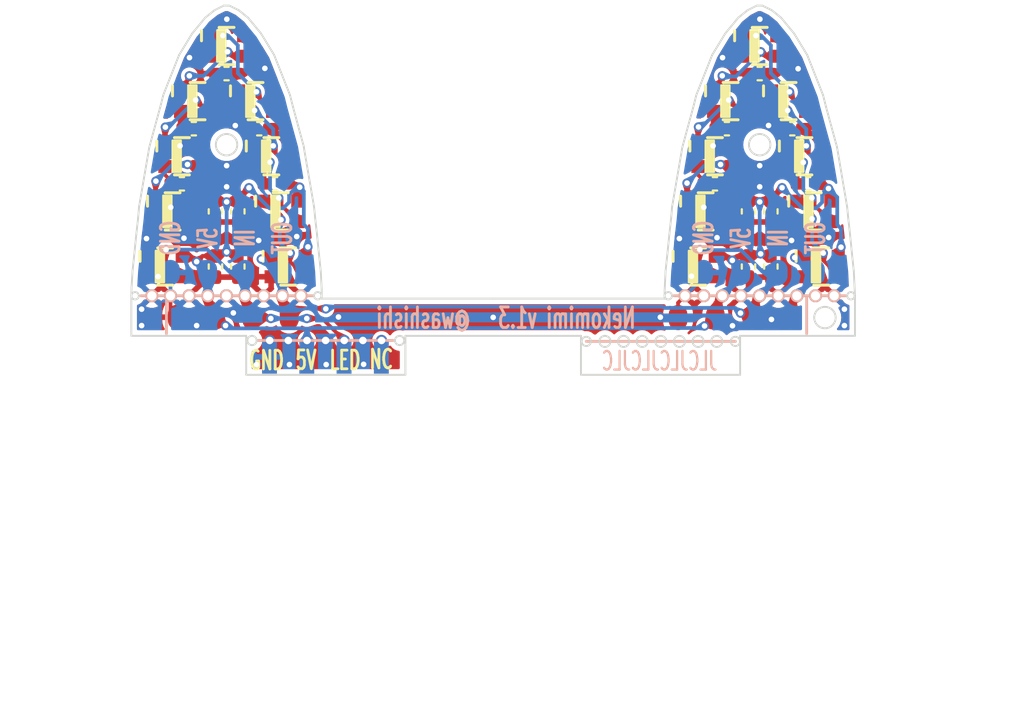
<source format=kicad_pcb>
(kicad_pcb (version 20221018) (generator pcbnew)
  (layers (0 "F.Cu" signal) (31 "B.Cu" signal) (34 "B.Paste" user) (35 "F.Paste" user) (36 "B.SilkS" user "B.Silkscreen") (37 "F.SilkS" user "F.Silkscreen") (38 "B.Mask" user) (39 "F.Mask" user) (44 "Edge.Cuts" user))
  (net 0 "")
  (net 1 "Net-(LED1-DO)")
  (net 2 "Net-(J1-Pin_3)")
  (net 3 "Net-(LED2-DO)")
  (net 4 "Net-(LED3-DO)")
  (net 5 "Net-(LED4-DO)")
  (net 6 "Net-(LED5-DO)")
  (net 7 "Net-(LED6-DO)")
  (net 8 "Net-(LED7-DO)")
  (net 9 "+5V")
  (net 10 "Net-(LED8-DO)")
  (net 11 "GND")
  (net 12 "Net-(LED10-DO)")
  (net 13 "Net-(LED11-DO)")
  (net 14 "Net-(LED12-DO)")
  (net 15 "Net-(LED13-DO)")
  (net 16 "Net-(LED14-DO)")
  (net 17 "Net-(LED15-DO)")
  (net 18 "Net-(LED16-DO)")
  (net 19 "Net-(LED17-DO)")
  (net 20 "unconnected-(J1-Pin_4-Pad4)")
  (net 21 "Net-(J2-Pin_4)")
  (net 22 "Net-(J4-Pin_4)")
  (footprint "Library:Hole_1x9_P1.00mm" (layer "F.Cu") (at 142.745 107.7 90)
    (fp_text reference "hole3" hide)
    (fp_text value "Hole_1x9 P1.00mm" hide)
    (fp_circle (center 0 0) (end 0.25 0) (stroke (width 0.1)) (fill none) (layer "Edge.Cuts"))
    (fp_circle (center 0 1) (end 0.3 1) (stroke (width 0.1)) (fill none) (layer "Edge.Cuts"))
    (fp_circle (center 0 2) (end 0.3 2) (stroke (width 0.1)) (fill none) (layer "Edge.Cuts"))
    (fp_circle (center 0 3) (end 0.3 3) (stroke (width 0.1)) (fill none) (layer "Edge.Cuts"))
    (fp_circle (center 0 4) (end 0.3 4) (stroke (width 0.1)) (fill none) (layer "Edge.Cuts"))
    (fp_circle (center 0 5) (end 0.3 5) (stroke (width 0.1)) (fill none) (layer "Edge.Cuts"))
    (fp_circle (center 0 6) (end 0.3 6) (stroke (width 0.1)) (fill none) (layer "Edge.Cuts"))
    (fp_circle (center 0 7) (end 0.3 7) (stroke (width 0.1)) (fill none) (layer "Edge.Cuts"))
    (fp_circle (center 0 8) (end 0.25 8) (stroke (width 0.1)) (fill none) (layer "Edge.Cuts"))
  )
  (footprint "Library:WS2812C2020" (layer "F.Cu") (at 126.75 103.68)
    (fp_text reference "LED9" hide)
    (fp_text value "WS2812C-2020" hide)
  )
  (footprint "Library:Hole_1x11_P1.00mm" (layer "F.Cu") (at 147.044137 105.25 90)
    (fp_text reference "hole2" hide)
    (fp_text value "Hole_1x11 P1.00mm" hide)
    (fp_circle (center 0 0.1) (end 0.2 0.1) (stroke (width 0.1)) (fill none) (layer "Edge.Cuts"))
    (fp_circle (center 0 9.9) (end 0.2 9.9) (stroke (width 0.1)) (fill none) (layer "Edge.Cuts"))
  )
  (footprint "Library:Pad_1x04_P2.00mm" (layer "F.Cu") (at 126.8 106.4 -90)
    (fp_text reference "J2" hide)
    (fp_text value "Conn_01x04_Pin" hide)
  )
  (footprint "Library:Hole_1x11_P1.00mm" (layer "F.Cu") (at 118.437776 105.25 90)
    (fp_text reference "hole1" hide)
    (fp_text value "Hole_1x11 P1.00mm" hide)
    (fp_circle (center 0 0.1) (end 0.2 0.1) (stroke (width 0.1)) (fill none) (layer "Edge.Cuts"))
    (fp_circle (center 0 9.9) (end 0.2 9.9) (stroke (width 0.1)) (fill none) (layer "Edge.Cuts"))
  )
  (footprint "Library:C_0402_1005Metric_Pad0.74x0.62mm_HandSolder" (layer "F.Cu") (at 151.449572 100.72 90)
    (fp_text reference "C11" hide)
    (fp_text value "C" hide)
  )
  (footprint "Library:C_0402_1005Metric_Pad0.74x0.62mm_HandSolder" (layer "F.Cu") (at 122.849929 103.68 90)
    (fp_text reference "C1" hide)
    (fp_text value "C" hide)
  )
  (footprint "Library:C_0402_1005Metric_Pad0.74x0.62mm_HandSolder" (layer "F.Cu") (at 125.199929 96.28)
    (fp_text reference "C6" hide)
    (fp_text value "C" hide)
  )
  (footprint "Library:C_0402_1005Metric_Pad0.74x0.62mm_HandSolder" (layer "F.Cu") (at 152.649572 103.68 90)
    (fp_text reference "C18" hide)
    (fp_text value "C" hide)
  )
  (footprint "Library:C_0402_1005Metric_Pad0.74x0.62mm_HandSolder" (layer "F.Cu") (at 154.650072 99.24)
    (fp_text reference "C16" hide)
    (fp_text value "C" hide)
  )
  (footprint "Library:C_0402_1005Metric_Pad0.74x0.62mm_HandSolder" (layer "F.Cu") (at 153.799572 96.28)
    (fp_text reference "C15" hide)
    (fp_text value "C" hide)
  )
  (footprint "Library:C_0402_1005Metric_Pad0.74x0.62mm_HandSolder" (layer "F.Cu") (at 152.649572 100.72 90)
    (fp_text reference "C17" hide)
    (fp_text value "C" hide)
  )
  (footprint "Library:PCBA_Tooling_Hole" (layer "F.Cu") (at 155.55 106.42)
    (fp_text reference "tooling hole3" hide)
    (fp_text value "Tooling Hole 1.152mm" hide)
    (fp_circle (center 0 0) (end 0.576 0) (stroke (width 0.1)) (fill none) (layer "Edge.Cuts"))
  )
  (footprint "Library:C_0402_1005Metric_Pad0.74x0.62mm_HandSolder" (layer "F.Cu") (at 121.049929 99.24)
    (fp_text reference "C3" hide)
    (fp_text value "C" hide)
  )
  (footprint "Library:C_0402_1005Metric_Pad0.74x0.62mm_HandSolder" (layer "F.Cu") (at 152.05 93.32)
    (fp_text reference "C14" hide)
    (fp_text value "C" hide)
  )
  (footprint "Library:C_0402_1005Metric_Pad0.74x0.62mm_HandSolder" (layer "F.Cu") (at 150.289572 96.28)
    (fp_text reference "C13" hide)
    (fp_text value "C" hide)
  )
  (footprint "Library:WS2812C2020" (layer "F.Cu") (at 148.750072 103.68)
    (fp_text reference "LED10" hide)
    (fp_text value "WS2812C-2020" hide)
  )
  (footprint "Library:WS2812C2020" (layer "F.Cu") (at 152.05 91.84)
    (fp_text reference "LED14" hide)
    (fp_text value "WS2812C-2020" hide)
  )
  (footprint "Library:Pad_1x04_P2.00mm" (layer "F.Cu") (at 153.67 106.42 -90)
    (fp_text reference "J4" hide)
    (fp_text value "Conn_01x04_Pin" hide)
  )
  (footprint "Library:WS2812C2020" (layer "F.Cu") (at 121.889929 94.8)
    (fp_text reference "LED4" hide)
    (fp_text value "WS2812C-2020" hide)
  )
  (footprint "Library:WS2812C2020" (layer "F.Cu") (at 149.649572 97.76)
    (fp_text reference "LED12" hide)
    (fp_text value "WS2812C-2020" hide)
  )
  (footprint "Library:WS2812C2020" (layer "F.Cu") (at 153.599572 94.8)
    (fp_text reference "LED15" hide)
    (fp_text value "WS2812C-2020" hide)
  )
  (footprint "Library:WS2812C2020" (layer "F.Cu") (at 154.949572 100.72)
    (fp_text reference "LED17" hide)
    (fp_text value "WS2812C-2020" hide)
  )
  (footprint "Library:WS2812C2020" (layer "F.Cu") (at 149.149572 100.72)
    (fp_text reference "LED11" hide)
    (fp_text value "WS2812C-2020" hide)
  )
  (footprint "Library:C_0402_1005Metric_Pad0.74x0.62mm_HandSolder" (layer "F.Cu") (at 149.649572 99.24)
    (fp_text reference "C12" hide)
    (fp_text value "C" hide)
  )
  (footprint "Library:WS2812C2020" (layer "F.Cu") (at 126.349929 100.72)
    (fp_text reference "LED8" hide)
    (fp_text value "WS2812C-2020" hide)
  )
  (footprint "Library:WS2812C2020" (layer "F.Cu") (at 121.049929 97.76)
    (fp_text reference "LED3" hide)
    (fp_text value "WS2812C-2020" hide)
  )
  (footprint "Library:C_0402_1005Metric_Pad0.74x0.62mm_HandSolder" (layer "F.Cu") (at 124.049929 103.68 90)
    (fp_text reference "C9" hide)
    (fp_text value "C" hide)
  )
  (footprint "Library:C_0402_1005Metric_Pad0.74x0.62mm_HandSolder" (layer "F.Cu") (at 126.049929 99.24)
    (fp_text reference "C7" hide)
    (fp_text value "C" hide)
  )
  (footprint "Library:C_0402_1005Metric_Pad0.74x0.62mm_HandSolder" (layer "F.Cu") (at 122.849929 100.72 90)
    (fp_text reference "C2" hide)
    (fp_text value "C" hide)
  )
  (footprint "Library:C_0402_1005Metric_Pad0.74x0.62mm_HandSolder" (layer "F.Cu") (at 123.445 93.32)
    (fp_text reference "C5" hide)
    (fp_text value "C" hide)
  )
  (footprint "Library:WS2812C2020" (layer "F.Cu") (at 123.445 91.84)
    (fp_text reference "LED5" hide)
    (fp_text value "WS2812C-2020" hide)
  )
  (footprint "Library:WS2812C2020" (layer "F.Cu") (at 125.849929 97.76)
    (fp_text reference "LED7" hide)
    (fp_text value "WS2812C-2020" hide)
  )
  (footprint "Library:WS2812C2020" (layer "F.Cu") (at 154.449572 97.76)
    (fp_text reference "LED16" hide)
    (fp_text value "WS2812C-2020" hide)
  )
  (footprint "Library:WS2812C2020" (layer "F.Cu") (at 155.350072 103.68)
    (fp_text reference "LED18" hide)
    (fp_text value "WS2812C-2020" hide)
  )
  (footprint "Library:PCBA_Tooling_Hole" (layer "F.Cu") (at 152.05 97.14)
    (fp_text reference "tooling hole2" hide)
    (fp_text value "Tooling Hole 1.152mm" hide)
    (fp_circle (center 0 0) (end 0.576 0) (stroke (width 0.1)) (fill none) (layer "Edge.Cuts"))
  )
  (footprint "Library:WS2812C2020" (layer "F.Cu") (at 120.149929 103.68)
    (fp_text reference "LED1" hide)
    (fp_text value "WS2812C-2020" hide)
  )
  (footprint "Library:PCBA_Tooling_Hole" (layer "F.Cu") (at 123.445 97.14)
    (fp_text reference "tooling hole1" hide)
    (fp_text value "Tooling Hole 1.152mm" hide)
    (fp_circle (center 0 0) (end 0.576 0) (stroke (width 0.1)) (fill none) (layer "Edge.Cuts"))
  )
  (footprint "Library:C_0402_1005Metric_Pad0.74x0.62mm_HandSolder" (layer "F.Cu") (at 121.689929 96.28)
    (fp_text reference "C4" hide)
    (fp_text value "C" hide)
  )
  (footprint "Library:WS2812C2020" (layer "F.Cu") (at 120.549929 100.72)
    (fp_text reference "LED2" hide)
    (fp_text value "WS2812C-2020" hide)
  )
  (footprint "Library:WS2812C2020" (layer "F.Cu") (at 124.999929 94.8)
    (fp_text reference "LED6" hide)
    (fp_text value "WS2812C-2020" hide)
  )
  (footprint "Library:WS2812C2020" (layer "F.Cu") (at 150.489572 94.8)
    (fp_text reference "LED13" hide)
    (fp_text value "WS2812C-2020" hide)
  )
  (footprint "Library:C_0402_1005Metric_Pad0.74x0.62mm_HandSolder" (layer "F.Cu") (at 124.049929 100.72 90)
    (fp_text reference "C8" hide)
    (fp_text value "C" hide)
  )
  (footprint "Library:C_0402_1005Metric_Pad0.74x0.62mm_HandSolder" (layer "F.Cu") (at 151.449572 103.68 90)
    (fp_text reference "C10" hide)
    (fp_text value "C" hide)
  )
  (footprint "Library:Pad_1x04_P2.00mm" (layer "B.Cu") (at 155.044137 104 90)
    (fp_text reference "J5" hide)
    (fp_text value "Conn_01x04_Pin" hide)
  )
  (footprint "Library:PinSocket_1x04_P2.00mm_Vertical" (layer "B.Cu") (at 131.75 108.53 90)
    (fp_text reference "J1" hide)
    (fp_text value "PinSocket_1x04_P2.00mm_Vertical" hide)
  )
  (footprint "Library:Pad_1x04_P2.00mm" (layer "B.Cu") (at 126.437776 104 90)
    (fp_text reference "J3" hide)
    (fp_text value "Conn_01x04_Pin" hide)
  )
  (gr_line (start 154.57 107.28) (end 154.57 105.25) (stroke (width 0.153)) (layer "B.SilkS"))
  (gr_line (start 118.85 105.25) (end 128.05 105.25) (stroke (width 0.153)) (layer "B.SilkS"))
  (gr_line (start 142.745 107.7) (end 150.745 107.7) (stroke (width 0.153)) (layer "B.SilkS"))
  (gr_line (start 147.45 105.25) (end 156.65 105.25) (stroke (width 0.153)) (layer "B.SilkS"))
  (gr_line (start 120.22 107.28) (end 120.22 105.25) (stroke (width 0.153)) (layer "B.SilkS"))
  (gr_line (start 125.15 107.65) (end 132.37 107.65) (stroke (width 0.153)) (layer "B.SilkS"))
  (gr_line (start 128.139929 100.472702) (end 127.589929 97.272702) (stroke (width 0.1)) (layer "Edge.Cuts"))
  (gr_circle (center 124.81 107.65) (end 125.06 107.65) (stroke (width 0.1)) (fill none) (layer "Edge.Cuts"))
  (gr_line (start 151 107.40125) (end 151 109.493566) (stroke (width 0.1)) (layer "Edge.Cuts"))
  (gr_line (start 155.598572 95.072702) (end 155.448572 94.472702) (stroke (width 0.1)) (layer "Edge.Cuts"))
  (gr_line (start 147.000639 103.918563) (end 147.100639 102.968563) (stroke (width 0.1)) (layer "Edge.Cuts"))
  (gr_line (start 118.400996 103.918563) (end 118.348194 104.8) (stroke (width 0.1)) (layer "Edge.Cuts"))
  (gr_line (start 126.848929 94.472702) (end 125.998929 92.322702) (stroke (width 0.1)) (layer "Edge.Cuts"))
  (gr_line (start 125.998929 92.322702) (end 125.298929 91.172702) (stroke (width 0.1)) (layer "Edge.Cuts"))
  (gr_line (start 157.098572 103.922702) (end 156.998572 102.972702) (stroke (width 0.1)) (layer "Edge.Cuts"))
  (gr_line (start 122.300996 90.318563) (end 122.800996 89.918563) (stroke (width 0.1)) (layer "Edge.Cuts"))
  (gr_line (start 133.04 107.40125) (end 133.04 109.493566) (stroke (width 0.1)) (layer "Edge.Cuts"))
  (gr_line (start 157.162 105.25) (end 157.098572 103.922702) (stroke (width 0.1)) (layer "Edge.Cuts"))
  (gr_line (start 122.800996 89.918563) (end 123.300996 89.668563) (stroke (width 0.1)) (layer "Edge.Cuts"))
  (gr_line (start 151.400639 89.918563) (end 151.900639 89.668563) (stroke (width 0.1)) (layer "Edge.Cuts"))
  (gr_line (start 147.000639 103.918563) (end 146.950072 104.956081) (stroke (width 0.1)) (layer "Edge.Cuts"))
  (gr_line (start 156.198572 97.272702) (end 155.598572 95.072702) (stroke (width 0.1)) (layer "Edge.Cuts"))
  (gr_line (start 118.700996 101.068563) (end 118.750996 100.468563) (stroke (width 0.1)) (layer "Edge.Cuts"))
  (gr_line (start 156.898572 101.972702) (end 156.798572 101.072702) (stroke (width 0.1)) (layer "Edge.Cuts"))
  (gr_line (start 155.448572 94.472702) (end 154.598572 92.322702) (stroke (width 0.1)) (layer "Edge.Cuts"))
  (gr_line (start 128.398929 102.972702) (end 128.298929 101.972702) (stroke (width 0.1)) (layer "Edge.Cuts"))
  (gr_line (start 133.04 109.493566) (end 124.5 109.493566) (stroke (width 0.1)) (layer "Edge.Cuts"))
  (gr_line (start 148.500639 95.068563) (end 148.650639 94.468563) (stroke (width 0.1)) (layer "Edge.Cuts"))
  (gr_line (start 128.298929 101.972702) (end 128.198929 101.072702) (stroke (width 0.1)) (layer "Edge.Cuts"))
  (gr_line (start 123.300996 89.668563) (end 123.598929 89.672702) (stroke (width 0.1)) (layer "Edge.Cuts"))
  (gr_line (start 148.650639 94.468563) (end 149.500639 92.318563) (stroke (width 0.1)) (layer "Edge.Cuts"))
  (gr_line (start 146.950214 104.956081) (end 146.949929 105.4025) (stroke (width 0.1)) (layer "Edge.Cuts"))
  (gr_line (start 119.900996 95.068563) (end 120.050996 94.468563) (stroke (width 0.1)) (layer "Edge.Cuts"))
  (gr_line (start 156.740072 100.472702) (end 156.798572 101.072702) (stroke (width 0.1)) (layer "Edge.Cuts"))
  (gr_line (start 150.200639 91.168563) (end 150.900639 90.318563) (stroke (width 0.1)) (layer "Edge.Cuts"))
  (gr_line (start 120.900996 92.318563) (end 121.600996 91.168563) (stroke (width 0.1)) (layer "Edge.Cuts"))
  (gr_line (start 119.300996 97.268563) (end 119.900996 95.068563) (stroke (width 0.1)) (layer "Edge.Cuts"))
  (gr_line (start 152.698572 89.918563) (end 152.198572 89.672702) (stroke (width 0.1)) (layer "Edge.Cuts"))
  (gr_line (start 124.5 109.493566) (end 124.5 107.40125) (stroke (width 0.1)) (layer "Edge.Cuts"))
  (gr_line (start 147.200639 101.968563) (end 147.300639 101.068563) (stroke (width 0.1)) (layer "Edge.Cuts"))
  (gr_line (start 127.598929 97.272702) (end 126.998929 95.072702) (stroke (width 0.1)) (layer "Edge.Cuts"))
  (gr_line (start 147.900639 97.268563) (end 148.500639 95.068563) (stroke (width 0.1)) (layer "Edge.Cuts"))
  (gr_line (start 151 109.493566) (end 142.46 109.493566) (stroke (width 0.1)) (layer "Edge.Cuts"))
  (gr_line (start 118.337776 105.25) (end 118.348194 104.8) (stroke (width 0.1)) (layer "Edge.Cuts"))
  (gr_line (start 147.100639 102.968563) (end 147.200639 101.968563) (stroke (width 0.1)) (layer "Edge.Cuts"))
  (gr_line (start 124.098929 89.918563) (end 124.598929 90.322702) (stroke (width 0.1)) (layer "Edge.Cuts"))
  (gr_line (start 118.600996 101.968563) (end 118.700996 101.068563) (stroke (width 0.1)) (layer "Edge.Cuts"))
  (gr_line (start 128.139929 100.472702) (end 128.198929 101.072702) (stroke (width 0.1)) (layer "Edge.Cuts"))
  (gr_line (start 118.338 107.40125) (end 118.338 105.25) (stroke (width 0.1)) (layer "Edge.Cuts"))
  (gr_line (start 118.750996 100.468563) (end 119.300996 97.268563) (stroke (width 0.1)) (layer "Edge.Cuts"))
  (gr_line (start 124.5 107.40125) (end 118.338 107.40125) (stroke (width 0.1)) (layer "Edge.Cuts"))
  (gr_line (start 124.098929 89.918563) (end 123.598929 89.672702) (stroke (width 0.1)) (layer "Edge.Cuts"))
  (gr_line (start 147.350639 100.468563) (end 147.900639 97.268563) (stroke (width 0.1)) (layer "Edge.Cuts"))
  (gr_line (start 137.749929 105.40125) (end 128.549929 105.40125) (stroke (width 0.1)) (layer "Edge.Cuts"))
  (gr_line (start 147.300639 101.068563) (end 147.350639 100.468563) (stroke (width 0.1)) (layer "Edge.Cuts"))
  (gr_line (start 157.162 107.40125) (end 157.162 105.25) (stroke (width 0.1)) (layer "Edge.Cuts"))
  (gr_circle (center 132.73 107.65) (end 132.98 107.65) (stroke (width 0.1)) (fill none) (layer "Edge.Cuts"))
  (gr_line (start 150.900639 90.318563) (end 151.400639 89.918563) (stroke (width 0.1)) (layer "Edge.Cuts"))
  (gr_line (start 126.998929 95.072702) (end 126.848929 94.472702) (stroke (width 0.1)) (layer "Edge.Cuts"))
  (gr_line (start 152.698572 89.918563) (end 153.198572 90.322702) (stroke (width 0.1)) (layer "Edge.Cuts"))
  (gr_line (start 137.749929 105.40125) (end 146.949929 105.40125) (stroke (width 0.1)) (layer "Edge.Cuts"))
  (gr_line (start 120.050996 94.468563) (end 120.900996 92.318563) (stroke (width 0.1)) (layer "Edge.Cuts"))
  (gr_line (start 156.740072 100.472702) (end 156.198572 97.272702) (stroke (width 0.1)) (layer "Edge.Cuts"))
  (gr_line (start 125.298929 91.172702) (end 124.598929 90.322702) (stroke (width 0.1)) (layer "Edge.Cuts"))
  (gr_line (start 151 107.40125) (end 157.162 107.40125) (stroke (width 0.1)) (layer "Edge.Cuts"))
  (gr_line (start 128.549929 104.9) (end 128.498929 103.922702) (stroke (width 0.1)) (layer "Edge.Cuts"))
  (gr_line (start 128.549929 104.9) (end 128.549929 105.4) (stroke (width 0.1)) (layer "Edge.Cuts"))
  (gr_line (start 156.998572 102.972702) (end 156.898572 101.972702) (stroke (width 0.1)) (layer "Edge.Cuts"))
  (gr_line (start 118.500996 102.968563) (end 118.600996 101.968563) (stroke (width 0.1)) (layer "Edge.Cuts"))
  (gr_line (start 128.498929 103.922702) (end 128.398929 102.972702) (stroke (width 0.1)) (layer "Edge.Cuts"))
  (gr_line (start 142.46 109.493566) (end 142.46 107.397121) (stroke (width 0.1)) (layer "Edge.Cuts"))
  (gr_line (start 151.900639 89.668563) (end 152.198572 89.672702) (stroke (width 0.1)) (layer "Edge.Cuts"))
  (gr_line (start 153.898572 91.172702) (end 153.198572 90.322702) (stroke (width 0.1)) (layer "Edge.Cuts"))
  (gr_line (start 149.500639 92.318563) (end 150.200639 91.168563) (stroke (width 0.1)) (layer "Edge.Cuts"))
  (gr_line (start 121.600996 91.168563) (end 122.300996 90.318563) (stroke (width 0.1)) (layer "Edge.Cuts"))
  (gr_line (start 118.400996 103.918563) (end 118.500996 102.968563) (stroke (width 0.1)) (layer "Edge.Cuts"))
  (gr_line (start 154.598572 92.322702) (end 153.898572 91.172702) (stroke (width 0.1)) (layer "Edge.Cuts"))
  (gr_line (start 142.46 107.40125) (end 133.04 107.40125) (stroke (width 0.1)) (layer "Edge.Cuts"))
  (gr_text "OUT" (at 155.044137 102.15 90) (layer "B.SilkS") (effects (font (size 1 0.6) (thickness 0.15) bold) (justify mirror)))
  (gr_text "5V" (at 151.044137 102.15 90) (layer "B.SilkS") (effects (font (size 1 0.6) (thickness 0.15) bold) (justify mirror)))
  (gr_text "Nekomimi v1.3" (at 141.7 106.45) (layer "B.SilkS") (effects (font (size 1.1 0.66) (thickness 0.153) bold) (justify mirror)))
  (gr_text "5V" (at 122.437776 102.15 90) (layer "B.SilkS") (effects (font (size 1 0.6) (thickness 0.15) bold) (justify mirror)))
  (gr_text "IN" (at 124.437776 102.15 90) (layer "B.SilkS") (effects (font (size 1 0.6) (thickness 0.15) bold) (justify mirror)))
  (gr_text "GND" (at 149.044137 102.15 90) (layer "B.SilkS") (effects (font (size 1 0.6) (thickness 0.15) bold) (justify mirror)))
  (gr_text "OUT" (at 126.437776 102.15 90) (layer "B.SilkS") (effects (font (size 1 0.6) (thickness 0.15) bold) (justify mirror)))
  (gr_text "@washishi" (at 134 106.45) (layer "B.SilkS") (effects (font (size 1.1 0.66) (thickness 0.153) bold) (justify mirror)))
  (gr_text "JLCJLCJLCJLC" (at 149.84 109.34) (layer "B.SilkS") (effects (font (size 1 0.6) (thickness 0.12) bold) (justify left bottom mirror)))
  (gr_text "GND" (at 120.437776 102.15 90) (layer "B.SilkS") (effects (font (size 1 0.6) (thickness 0.15) bold) (justify mirror)))
  (gr_text "IN" (at 153.044137 102.15 90) (layer "B.SilkS") (effects (font (size 1 0.6) (thickness 0.15) bold) (justify mirror)))
  (gr_text "GND" (at 126.61 109.31) (layer "F.SilkS") (effects (font (size 1 0.6) (thickness 0.15) bold) (justify right bottom)))
  (gr_text "NC" (at 132.46 109.25) (layer "F.SilkS") (effects (font (size 1 0.6) (thickness 0.15) bold) (justify right bottom)))
  (gr_text "LED" (at 130.72 109.3) (layer "F.SilkS") (effects (font (size 1 0.6) (thickness 0.15) bold) (justify right bottom)))
  (gr_text "5V" (at 128.35 109.29) (layer "F.SilkS") (effects (font (size 1 0.6) (thickness 0.15) bold) (justify right bottom)))
  (segment (start 119.234929 102.94) (end 120.914929 101.26) (width 0.2) (layer "F.Cu") (net 1))
  (segment (start 120.914929 101.26) (end 121.464929 101.26) (width 0.2) (layer "F.Cu") (net 1))
  (segment (start 119.234929 103.05) (end 119.234929 102.94) (width 0.2) (layer "F.Cu") (net 1))
  (segment (start 120.2 103.365071) (end 121.064929 104.23) (width 0.2) (layer "F.Cu") (net 2))
  (segment (start 125.75 106.4) (end 124.8 106.4) (width 0.2) (layer "F.Cu") (net 2))
  (segment (start 125.82 106.47) (end 125.75 106.4) (width 0.2) (layer "F.Cu") (net 2))
  (segment (start 129.76 107.65) (end 128.58 106.47) (width 0.2) (layer "F.Cu") (net 2))
  (segment (start 128.58 106.47) (end 127.66 106.47) (width 0.2) (layer "F.Cu") (net 2))
  (segment (start 124.437776 106.162776) (end 124.437776 105.25) (width 0.2) (layer "F.Cu") (net 2))
  (segment (start 120.2 102.77) (end 120.2 103.365071) (width 0.2) (layer "F.Cu") (net 2))
  (via (at 129.76 107.65) (size 0.6) (drill 0.4) (layers "F.Cu" "B.Cu") (net 2))
  (via (at 120.2 102.77) (size 0.5) (drill 0.3) (layers "F.Cu" "B.Cu") (net 2))
  (via (at 127.75 106.47) (size 0.5) (drill 0.3) (layers "F.Cu" "B.Cu") (net 2))
  (via (at 125.82 106.47) (size 0.5) (drill 0.3) (layers "F.Cu" "B.Cu") (net 2))
  (segment (start 123.640909 104) (end 124.437776 104) (width 0.2) (layer "B.Cu") (net 2))
  (segment (start 129.76 108.52) (end 129.75 108.53) (width 0.25) (layer "B.Cu") (net 2))
  (segment (start 124.437776 105.25) (end 124.437776 104) (width 0.2) (layer "B.Cu") (net 2))
  (segment (start 120.2 102.77) (end 122.410909 102.77) (width 0.2) (layer "B.Cu") (net 2))
  (segment (start 125.82 106.47) (end 127.75 106.47) (width 0.2) (layer "B.Cu") (net 2))
  (segment (start 120.159929 102.860071) (end 120.21 102.81) (width 0.2) (layer "B.Cu") (net 2))
  (segment (start 129.76 107.65) (end 129.79 107.65) (width 0.2) (layer "B.Cu") (net 2))
  (segment (start 122.410909 102.77) (end 123.640909 104) (width 0.2) (layer "B.Cu") (net 2))
  (segment (start 129.76 107.65) (end 129.76 108.52) (width 0.25) (layer "B.Cu") (net 2))
  (segment (start 119.654965 99.094965) (end 119.634929 99.115001) (width 0.2) (layer "F.Cu") (net 3))
  (segment (start 121.914929 98.2) (end 121.964929 98.15) (width 0.2) (layer "F.Cu") (net 3))
  (segment (start 121.349929 98.2) (end 121.914929 98.2) (width 0.2) (layer "F.Cu") (net 3))
  (segment (start 119.634929 99.115001) (end 119.634929 100.16) (width 0.2) (layer "F.Cu") (net 3))
  (via (at 119.654965 99.094965) (size 0.5) (drill 0.3) (layers "F.Cu" "B.Cu") (net 3))
  (via (at 121.349929 98.2) (size 0.5) (drill 0.3) (layers "F.Cu" "B.Cu") (net 3))
  (segment (start 120.54993 98.2) (end 121.349929 98.2) (width 0.2) (layer "B.Cu") (net 3))
  (segment (start 119.654965 99.238964) (end 119.654965 99.094965) (width 0.2) (layer "B.Cu") (net 3))
  (segment (start 119.621929 99.272) (end 119.654965 99.238964) (width 0.2) (layer "B.Cu") (net 3))
  (segment (start 119.654965 99.094965) (end 120.54993 98.2) (width 0.2) (layer "B.Cu") (net 3))
  (segment (start 120.163722 96.19556) (end 120.134929 96.224353) (width 0.2) (layer "F.Cu") (net 4))
  (segment (start 120.134929 96.224353) (end 120.134929 97.05) (width 0.2) (layer "F.Cu") (net 4))
  (segment (start 121.788929 94.742) (end 122.396929 95.35) (width 0.2) (layer "F.Cu") (net 4))
  (segment (start 122.396929 95.35) (end 122.804929 95.35) (width 0.2) (layer "F.Cu") (net 4))
  (via (at 121.788929 94.742) (size 0.5) (drill 0.3) (layers "F.Cu" "B.Cu") (net 4))
  (via (at 120.163722 96.19556) (size 0.5) (drill 0.3) (layers "F.Cu" "B.Cu") (net 4))
  (segment (start 120.335369 96.19556) (end 121.788929 94.742) (width 0.2) (layer "B.Cu") (net 4))
  (segment (start 120.163722 96.19556) (end 120.335369 96.19556) (width 0.2) (layer "B.Cu") (net 4))
  (segment (start 121.45 93.774929) (end 120.974929 94.25) (width 0.2) (layer "F.Cu") (net 5))
  (segment (start 123.739929 92.39) (end 124.364929 92.39) (width 0.2) (layer "F.Cu") (net 5))
  (segment (start 123.49913 92.149201) (end 123.739929 92.39) (width 0.2) (layer "F.Cu") (net 5))
  (segment (start 121.45 93.44) (end 121.45 93.774929) (width 0.2) (layer "F.Cu") (net 5))
  (segment (start 123.49913 92.149201) (end 123.608929 92.039402) (width 0.2) (layer "F.Cu") (net 5))
  (via (at 123.49913 92.149201) (size 0.5) (drill 0.3) (layers "F.Cu" "B.Cu") (net 5))
  (via (at 121.45 93.44) (size 0.5) (drill 0.3) (layers "F.Cu" "B.Cu") (net 5))
  (segment (start 121.45 93.44) (end 122.208331 93.44) (width 0.2) (layer "B.Cu") (net 5))
  (segment (start 122.208331 93.44) (end 123.49913 92.149201) (width 0.2) (layer "B.Cu") (net 5))
  (segment (start 122.544929 91.28) (end 122.534929 91.29) (width 0.2) (layer "F.Cu") (net 6))
  (segment (start 125.049929 94.485) (end 125.914929 95.35) (width 0.2) (layer "F.Cu") (net 6))
  (segment (start 125.714929 95.1) (end 125.964929 95.35) (width 0.2) (layer "F.Cu") (net 6))
  (segment (start 125.049929 94.3) (end 125.049929 94.485) (width 0.2) (layer "F.Cu") (net 6))
  (segment (start 123.249929 91.28) (end 122.544929 91.28) (width 0.2) (layer "F.Cu") (net 6))
  (via (at 123.249929 91.28) (size 0.5) (drill 0.3) (layers "F.Cu" "B.Cu") (net 6))
  (via (at 125.049929 94.3) (size 0.5) (drill 0.3) (layers "F.Cu" "B.Cu") (net 6))
  (segment (start 123.529929 91.28) (end 123.249929 91.28) (width 0.2) (layer "B.Cu") (net 6))
  (segment (start 124.049929 93.3) (end 124.049929 91.8) (width 0.2) (layer "B.Cu") (net 6))
  (segment (start 124.049929 91.8) (end 123.529929 91.28) (width 0.2) (layer "B.Cu") (net 6))
  (segment (start 125.049929 94.3) (end 124.049929 93.3) (width 0.2) (layer "B.Cu") (net 6))
  (segment (start 125.949929 97.472111) (end 126.764929 98.287111) (width 0.2) (layer "F.Cu") (net 7))
  (segment (start 124.084929 94.25) (end 124.949929 95.115) (width 0.2) (layer "F.Cu") (net 7))
  (segment (start 124.949929 95.115) (end 124.949929 95.3) (width 0.2) (layer "F.Cu") (net 7))
  (segment (start 126.777747 98.15) (end 126.864929 98.15) (width 0.2) (layer "F.Cu") (net 7))
  (segment (start 125.949929 97.2) (end 125.949929 97.472111) (width 0.2) (layer "F.Cu") (net 7))
  (segment (start 126.764929 98.287111) (end 126.764929 98.3) (width 0.2) (layer "F.Cu") (net 7))
  (via (at 125.949929 97.2) (size 0.5) (drill 0.3) (layers "F.Cu" "B.Cu") (net 7))
  (via (at 124.949929 95.3) (size 0.5) (drill 0.3) (layers "F.Cu" "B.Cu") (net 7))
  (segment (start 125.949929 96.3) (end 124.949929 95.3) (width 0.2) (layer "B.Cu") (net 7))
  (segment (start 125.949929 97.2) (end 125.949929 96.3) (width 0.2) (layer "B.Cu") (net 7))
  (segment (start 126.249929 100.255) (end 127.264929 101.27) (width 0.2) (layer "F.Cu") (net 8))
  (segment (start 125.034929 97.334929) (end 125.034929 97.05) (width 0.2) (layer "F.Cu") (net 8))
  (segment (start 126.249929 100) (end 126.249929 100.255) (width 0.2) (layer "F.Cu") (net 8))
  (segment (start 125.78 98.08) (end 125.034929 97.334929) (width 0.2) (layer "F.Cu") (net 8))
  (via (at 126.249929 100) (size 0.5) (drill 0.3) (layers "F.Cu" "B.Cu") (net 8))
  (via (at 125.78 98.08) (size 0.5) (drill 0.3) (layers "F.Cu" "B.Cu") (net 8))
  (segment (start 125.78 98.08) (end 125.78 99.530071) (width 0.2) (layer "B.Cu") (net 8))
  (segment (start 125.78 99.530071) (end 126.249929 100) (width 0.2) (layer "B.Cu") (net 8))
  (segment (start 150.564572 96.5725) (end 150.564572 97.21) (width 0.2) (layer "F.Cu") (net 9))
  (segment (start 151.530572 94.25) (end 152.460572 93.32) (width 0.2) (layer "F.Cu") (net 9))
  (segment (start 152.607072 93.24) (end 152.414572 93.24) (width 0.2) (layer "F.Cu") (net 9))
  (segment (start 152.537072 103) (end 152.649572 103.1125) (width 0.2) (layer "F.Cu") (net 9))
  (segment (start 121.464929 99.2525) (end 121.464929 100.16) (width 0.2) (layer "F.Cu") (net 9))
  (segment (start 150.564572 97.21) (end 151.141572 97.787) (width 0.2) (layer "F.Cu") (net 9))
  (segment (start 150.788572 99.24) (end 150.217072 99.24) (width 0.2) (layer "F.Cu") (net 9))
  (segment (start 151.404572 94.25) (end 151.480572 94.25) (width 0.25) (layer "F.Cu") (net 9))
  (segment (start 152.05 100.21) (end 151.8725 100.0325) (width 0.2) (layer "F.Cu") (net 9))
  (segment (start 122.612776 106.425) (end 122.7 106.425) (width 0.2) (layer "F.Cu") (net 9))
  (segment (start 121.84 103.42) (end 121.53 103.11) (width 0.2) (layer "F.Cu") (net 9))
  (segment (start 151.449572 103.1125) (end 150.8175 103.1125) (width 0.2) (layer "F.Cu") (net 9))
  (segment (start 154.434572 96.28) (end 154.367072 96.28) (width 0.2) (layer "F.Cu") (net 9))
  (segment (start 155.091572 94.827) (end 155.091572 95.927) (width 0.2) (layer "F.Cu") (net 9))
  (segment (start 124.941929 91.867) (end 124.941929 93.277) (width 0.2) (layer "F.Cu") (net 9))
  (segment (start 120.917429 102.9025) (end 121.064929 103.05) (width 0.2) (layer "F.Cu") (net 9))
  (segment (start 156.41283 102.642717) (end 156.265072 102.790475) (width 0.2) (layer "F.Cu") (net 9))
  (segment (start 121.464929 100.16) (end 122.722429 100.16) (width 0.2) (layer "F.Cu") (net 9))
  (segment (start 122.722429 100.16) (end 122.849929 100.0325) (width 0.2) (layer "F.Cu") (net 9))
  (segment (start 152.1 103) (end 151.549572 103) (width 0.2) (layer "F.Cu") (net 9))
  (segment (start 122.804929 94.25) (end 123.381929 94.827) (width 0.2) (layer "F.Cu") (net 9))
  (segment (start 149.09 106.87) (end 149.225 106.87) (width 0.2) (layer "F.Cu") (net 9))
  (segment (start 124.007429 93.24) (end 124.904929 93.24) (width 0.2) (layer "F.Cu") (net 9))
  (segment (start 123.062429 102.9) (end 122.849929 103.1125) (width 0.2) (layer "F.Cu") (net 9))
  (segment (start 127.37 99.42) (end 127.37 100.064929) (width 0.2) (layer "F.Cu") (net 9))
  (segment (start 127.19 99.24) (end 127.37 99.42) (width 0.2) (layer "F.Cu") (net 9))
  (segment (start 155.74 99.49) (end 155.49 99.24) (width 0.2) (layer "F.Cu") (net 9))
  (segment (start 123.381929 95.87) (end 122.971929 96.28) (width 0.2) (layer "F.Cu") (net 9))
  (segment (start 151.432072 100.05) (end 150.064572 100.05) (width 0.2) (layer "F.Cu") (net 9))
  (segment (start 151.141572 97.787) (end 151.141572 98.887) (width 0.2) (layer "F.Cu") (net 9))
  (segment (start 151.981572 95.82457) (end 151.526142 96.28) (width 0.2) (layer "F.Cu") (net 9))
  (segment (start 152.964572 91.29) (end 153.541572 91.867) (width 0.2) (layer "F.Cu") (net 9))
  (segment (start 151.404572 94.25) (end 151.981572 94.827) (width 0.2) (layer "F.Cu") (net 9))
  (segment (start 125.785429 96.28) (end 125.844929 96.28) (width 0.2) (layer "F.Cu") (net 9))
  (segment (start 123.45 102.9) (end 123.062429 102.9) (width 0.2) (layer "F.Cu") (net 9))
  (segment (start 154.514572 94.25) (end 155.091572 94.827) (width 0.2) (layer "F.Cu") (net 9))
  (segment (start 124.65 99.45) (end 124.0675 100.0325) (width 0.2) (layer "F.Cu") (net 9))
  (segment (start 152.649572 102.9) (end 152.517072 103.0325) (width 0.2) (layer "F.Cu") (net 9))
  (segment (start 150.064572 100.05) (end 150.064572 99.2525) (width 0.2) (layer "F.Cu") (net 9))
  (segment (start 124.364929 91.29) (end 124.941929 91.867) (width 0.2) (layer "F.Cu") (net 9))
  (segment (start 126.491929 94.827) (end 126.491929 95.941) (width 0.2) (layer "F.Cu") (net 9))
  (segment (start 152.6675 100.0325) (end 153.25 99.45) (width 0.2) (layer "F.Cu") (net 9))
  (segment (start 125.844929 96.28) (end 126.764929 97.2) (width 0.2) (layer "F.Cu") (net 9))
  (segment (start 152.649572 103.1325) (end 152.649572 103.1125) (width 0.2) (layer "F.Cu") (net 9))
  (segment (start 126.614929 97.282) (end 126.823329 97.282) (width 0.2) (layer "F.Cu") (net 9))
  (segment (start 127.665 102.770172) (end 127.665 103.13) (width 0.2) (layer "F.Cu") (net 9))
  (segment (start 153.541572 93.277) (end 154.514572 94.25) (width 0.2) (layer "F.Cu") (net 9))
  (segment (start 121.074929 103.12) (end 121.064929 103.13) (width 0.2) (layer "F.Cu") (net 9))
  (segment (start 153.519572 93.24) (end 153.541572 93.218) (width 0.2) (layer "F.Cu") (net 9))
  (segment (start 122.1475 103.1125) (end 121.84 103.42) (width 0.2) (layer "F.Cu") (net 9))
  (segment (start 156.377789 102.642717) (end 156.41283 102.642717) (width 0.2) (layer "F.Cu") (net 9))
  (segment (start 122.971929 96.28) (end 122.417429 96.28) (width 0.2) (layer "F.Cu") (net 9))
  (segment (start 121.964929 96.6525) (end 121.964929 97.2) (width 0.2) (layer "F.Cu") (net 9))
  (segment (start 127.37 100.064929) (end 127.264929 100.17) (width 0.2) (layer "F.Cu") (net 9))
  (segment (start 156.265072 102.790475) (end 156.265072 103.13) (width 0.2) (layer "F.Cu") (net 9))
  (segment (start 152.1 103) (end 152.537072 103) (width 0.2) (layer "F.Cu") (net 9))
  (segment (start 149.517072 102.9025) (end 149.664572 103.05) (width 0.2) (layer "F.Cu") (net 9))
  (segment (start 121.964929 97.2) (end 122.541929 97.777) (width 0.2) (layer "F.Cu") (net 9))
  (segment (start 150.37 103.14) (end 149.675072 103.14) (width 0.2) (layer "F.Cu") (net 9))
  (segment (start 155.407572 99.43) (end 155.217072 99.2395) (width 0.2) (layer "F.Cu") (net 9))
  (segment (start 122.541929 97.777) (end 122.541929 98.877) (width 0.2) (layer "F.Cu") (net 9))
  (segment (start 124.941929 93.277) (end 125.914929 94.25) (width 0.2) (layer "F.Cu") (net 9))
  (segment (start 123.959929 93.24) (end 122.949929 94.25) (width 0.2) (layer "F.Cu") (net 9))
  (segment (start 152.607072 93.24) (end 152.671072 93.176) (width 0.2) (layer "F.Cu") (net 9))
  (segment (start 122.73 106.395) (end 122.7 106.425) (width 0.2) (layer "F.Cu") (net 9))
  (segment (start 126.617429 99.24) (end 127.19 99.24) (width 0.2) (layer "F.Cu") (net 9))
  (segment (start 155.214572 97.282) (end 155.422972 97.282) (width 0.2) (layer "F.Cu") (net 9))
  (segment (start 153.541572 93.218) (end 153.541572 93.277) (width 0.2) (layer "F.Cu") (net 9))
  (segment (start 121.084929 103.11) (end 121.064929 103.13) (width 0.2) (layer "F.Cu") (net 9))
  (segment (start 123.992429 100.21) (end 124.049929 100.1525) (width 0.2) (layer "F.Cu") (net 9))
  (segment (start 151.141572 98.887) (end 150.788572 99.24) (width 0.2) (layer "F.Cu") (net 9))
  (segment (start 152.460572 93.32) (end 152.607072 93.32) (width 0.2) (layer "F.Cu") (net 9))
  (segment (start 154.738572 96.28) (end 154.367072 96.28) (width 0.2) (layer "F.Cu") (net 9))
  (segment (start 155.364572 97.21) (end 154.434572 96.28) (width 0.2) (layer "F.Cu") (net 9))
  (segment (start 122.318929 99.1) (end 121.617429 99.1) (width 0.2) (layer "F.Cu") (net 9))
  (segment (start 124.007429 93.24) (end 123.959929 93.24) (width 0.2) (layer "F.Cu") (net 9))
  (segment (start 122.541929 98.877) (end 122.318929 99.1) (width 0.2) (layer "F.Cu") (net 9))
  (segment (start 126.491929 95.941) (end 126.152929 96.28) (width 0.2) (layer "F.Cu") (net 9))
  (segment (start 152.05 100.21) (end 152.2275 100.0325) (width 0.2) (layer "F.Cu") (net 9))
  (segment (start 121.53 103.11) (end 121.084929 103.11) (width 0.2) (layer "F.Cu") (net 9))
  (segment (start 155.091572 95.927) (end 154.738572 96.28) (width 0.2) (layer "F.Cu") (net 9))
  (segment (start 124.904929 93.24) (end 124.941929 93.277) (width 0.2) (layer "F.Cu") (net 9))
  (segment (start 152.2275 100.0325) (end 152.6675 100.0325) (width 0.2) (layer "F.Cu") (net 9))
  (segment (start 151.404572 94.25) (end 151.530572 94.25) (width 0.2) (layer "F.Cu") (net 9))
  (segment (start 149.67 106.42) (end 149.67 105.624137) (width 0.2) (layer "F.Cu") (net 9))
  (segment (start 124.0675 100.0325) (end 124.049929 100.0325) (width 0.2) (layer "F.Cu") (net 9))
  (segment (start 121.617429 99.1) (end 121.464929 99.2525) (width 0.2) (layer "F.Cu") (net 9))
  (segment (start 150.857072 96.28) (end 150.564572 96.5725) (width 0.2) (layer "F.Cu") (net 9))
  (segment (start 123.45 102.9) (end 123.837429 102.9) (width 0.2) (layer "F.Cu") (net 9))
  (segment (start 151.549572 103) (end 151.449572 103.1) (width 0.2) (layer "F.Cu") (net 9))
  (segment (start 127.811302 102.62387) (end 127.665 102.770172) (width 0.2) (layer "F.Cu") (net 9))
  (segment (start 123.45 100.21) (end 122.907429 100.21) (width 0.2) (layer "F.Cu") (net 9))
  (segment (start 156.265072 103.05) (end 156.264572 103.05) (width 0.2) (layer "F.Cu") (net 9))
  (segment (start 150.064572 99.2525) (end 150.217072 99.1) (width 0.2) (layer "F.Cu") (net 9))
  (segment (start 149.675072 103.14) (end 149.665072 103.13) (width 0.2) (layer "F.Cu") (net 9))
  (segment (start 155.864572 99.614572) (end 155.864572 100.05) (width 0.2) (layer "F.Cu") (net 9))
  (segment (start 151.8725 100.0325) (end 151.449572 100.0325) (width 0.2) (layer "F.Cu") (net 9))
  (segment (start 122.96375 106.425) (end 122.7 106.425) (width 0.2) (layer "F.Cu") (net 9))
  (segment (start 153.541572 91.867) (end 153.541572 93.218) (width 0.2) (layer "F.Cu") (net 9))
  (segment (start 122.949929 94.25) (end 122.804929 94.25) (width 0.2) (layer "F.Cu") (net 9))
  (segment (start 150.8175 103.1125) (end 150.58 103.35) (width 0.2) (layer "F.Cu") (net 9))
  (segment (start 122.849929 103.1125) (end 122.1475 103.1125) (width 0.2) (layer "F.Cu") (net 9))
  (segment (start 127.37 99.42) (end 127.264929 99.525071) (width 0.2) (layer "F.Cu") (net 9))
  (segment (start 149.894137 106.4) (end 149.67 106.4) (width 0.2) (layer "F.Cu") (net 9))
  (segment (start 124.007429 93.24) (end 124.071429 93.176) (width 0.2) (layer "F.Cu") (net 9))
  (segment (start 152.607072 93.24) (end 153.519572 93.24) (width 0.2) (layer "F.Cu") (net 9))
  (segment (start 149.67 105.624137) (end 150.044137 105.25) (width 0.2) (layer "F.Cu") (net 9))
  (segment (start 126.152929 96.28) (end 125.785429 96.28) (width 0.2) (layer "F.Cu") (net 9))
  (segment (start 123.381929 94.827) (end 123.381929 95.87) (width 0.2) (layer "F.Cu") (net 9))
  (segment (start 149.225 106.87) (end 149.67 106.425) (width 0.2) (layer "F.Cu") (net 9))
  (segment (start 151.449572 100.0325) (end 151.432072 100.05) (width 0.2) (layer "F.Cu") (net 9))
  (segment (start 122.437776 106.062776) (end 122.8 106.425) (width 0.2) (layer "F.Cu") (net 9))
  (segment (start 151.981572 94.827) (end 151.981572 95.82457) (width 0.2) (layer "F.Cu") (net 9))
  (segment (start 150.58 103.35) (end 150.37 103.14) (width 0.2) (layer "F.Cu") (net 9))
  (segment (start 121.84 103.42) (end 121.84 103.4) (width 0.2) (layer "F.Cu") (net 9))
  (segment (start 122.337429 96.28) (end 121.964929 96.6525) (width 0.2) (layer "F.Cu") (net 9))
  (segment (start 122.437776 105.25) (end 122.437776 106.062776) (width 0.2) (layer "F.Cu") (net 9))
  (segment (start 155.49 99.24) (end 155.217572 99.24) (width 0.2) (layer "F.Cu") (net 9))
  (segment (start 152.420572 93.31) (end 152.607072 93.31) (width 0.25) (layer "F.Cu") (net 9))
  (segment (start 155.74 99.49) (end 155.864572 99.614572) (width 0.2) (layer "F.Cu") (net 9))
  (segment (start 125.914929 94.25) (end 126.491929 94.827) (width 0.2) (layer "F.Cu") (net 9))
  (segment (start 123.837429 102.9) (end 124.049929 103.1125) (width 0.2) (layer "F.Cu") (net 9))
  (segment (start 127.76 107.65) (end 127.79 107.62) (width 0.25) (layer "F.Cu") (net 9))
  (segment (start 123.39 106.85125) (end 122.96375 106.425) (width 0.2) (layer "F.Cu") (net 9))
  (segment (start 154.385072 96.2) (end 154.614572 96.2) (width 0.2) (layer "F.Cu") (net 9))
  (segment (start 122.907429 100.21) (end 122.849929 100.1525) (width 0.2) (layer "F.Cu") (net 9))
  (segment (start 123.45 100.21) (end 123.992429 100.21) (width 0.2) (layer "F.Cu") (net 9))
  (segment (start 151.526142 96.28) (end 150.857072 96.28) (width 0.2) (layer "F.Cu") (net 9))
  (via (at 124.65 99.45) (size 0.5) (drill 0.3) (layers "F.Cu" "B.Cu") (net 9))
  (via (at 150.58 103.35) (size 0.5) (drill 0.3) (layers "F.Cu" "B.Cu") (net 9))
  (via (at 152.1 103) (size 0.5) (drill 0.3) (layers "F.Cu" "B.Cu") (net 9))
  (via (at 121.84 103.42) (size 0.5) (drill 0.3) (layers "F.Cu" "B.Cu") (net 9))
  (via (at 155.74 99.49) (size 0.5) (drill 0.3) (layers "F.Cu" "B.Cu") (net 9))
  (via (at 153.25 99.45) (size 0.5) (drill 0.3) (layers "F.Cu" "B.Cu") (net 9))
  (via (at 123.45 102.9) (size 0.5) (drill 0.3) (layers "F.Cu" "B.Cu") (net 9))
  (via (at 149.09 106.87) (size 0.5) (drill 0.3) (layers "F.Cu" "B.Cu") (net 9))
  (via (at 152.05 100.21) (size 0.5) (drill 0.3) (layers "F.Cu" "B.Cu") (net 9))
  (via (at 127.811302 102.62387) (size 0.5) (drill 0.3) (layers "F.Cu" "B.Cu") (net 9))
  (via (at 156.41283 102.642717) (size 0.5) (drill 0.3) (layers "F.Cu" "B.Cu") (net 9))
  (via (at 127.76 107.65) (size 0.6) (drill 0.4) (layers "F.Cu" "B.Cu") (net 9))
  (via (at 123.45 100.21) (size 0.5) (drill 0.3) (layers "F.Cu" "B.Cu") (net 9))
  (via (at 123.39 106.85125) (size 0.5) (drill 0.3) (layers "F.Cu" "B.Cu") (net 9))
  (via (at 127.37 99.42) (size 0.5) (drill 0.3) (layers "F.Cu" "B.Cu") (net 9))
  (segment (start 127.81 102.622568) (end 127.81 101.64) (width 0.2) (layer "B.Cu") (net 9))
  (segment (start 151.044137 104) (end 151.044137 103.814137) (width 0.2) (layer "B.Cu") (net 9))
  (segment (start 127.522182 107.02) (end 127.74 107.02) (width 0.2) (layer "B.Cu") (net 9))
  (segment (start 151.044137 103.814137) (end 150.58 103.35) (width 0.2) (layer "B.Cu") (net 9))
  (segment (start 152.05 102.95) (end 152.05 100.21) (width 0.2) (layer "B.Cu") (net 9))
  (segment (start 127.76 107.65) (end 127.76 107.04) (width 0.2) (layer "B.Cu") (net 9))
  (segment (start 125.75 100.55) (end 126.477747 100.55) (width 0.2) (layer "B.Cu") (net 9))
  (segment (start 156.21 99.96) (end 155.74 99.49) (width 0.2) (layer "B.Cu") (net 9))
  (segment (start 151.044137 104.25) (end 150.044137 105.25) (width 0.2) (layer "B.Cu") (net 9))
  (segment (start 128.017818 106.98) (end 127.977818 107.02) (width 0.2) (layer "B.Cu") (net 9))
  (segment (start 156.21 101.44) (end 156.21 99.96) (width 0.2) (layer "B.Cu") (net 9))
  (segment (start 155.399572 99.830428) (end 155.399572 100.227818) (width 0.2) (layer "B.Cu") (net 9))
  (segment (start 126.799929 100.227818) (end 126.799929 99.820071) (width 0.2) (layer "B.Cu") (net 9))
  (segment (start 127.76 108.52) (end 127.75 108.53) (width 0.25) (layer "B.Cu") (net 9))
  (segment (start 122.31 103.56) (end 122.25 103.56) (width 0.2) (layer "B.Cu") (net 9))
  (segment (start 126.070416 106.997402) (end 127.499584 106.997402) (width 0.2) (layer "B.Cu") (net 9))
  (segment (start 125.592182 107.02) (end 126.047818 107.02) (width 0.2) (layer "B.Cu") (net 9))
  (segment (start 124.676345 107.00125) (end 124.680193 106.997402) (width 0.2) (layer "B.Cu") (net 9))
  (segment (start 123.45 102.9) (end 123.45 100.21) (width 0.2) (layer "B.Cu") (net 9))
  (segment (start 126.047818 107.02) (end 126.070416 106.997402) (width 0.2) (layer "B.Cu") (net 9))
  (segment (start 127.499584 106.997402) (end 127.522182 107.02) (width 0.2) (layer "B.Cu") (net 9))
  (segment (start 127.59 99.64) (end 127.37 99.42) (width 0.2) (layer "B.Cu") (net 9))
  (segment (start 122.437776 105.25) (end 122.437776 104) (width 0.2) (layer "B.Cu") (net 9))
  (segment (start 156.41283 102.642717) (end 156.41283 101.64283) (width 0.2) (layer "B.Cu") (net 9))
  (segment (start 154.35 100.55) (end 153.25 99.45) (width 0.2) (layer "B.Cu") (net 9))
  (segment (start 152.1 103) (end 152.05 102.95) (width 0.2) (layer "B.Cu") (net 9))
  (segment (start 126.799929 99.820071) (end 127.2 99.42) (width 0.2) (layer "B.Cu") (net 9))
  (segment (start 123.54 107.00125) (end 124.676345 107.00125) (width 0.2) (layer "B.Cu") (net 9))
  (segment (start 122.42 104) (end 122.437776 104) (width 0.2) (layer "B.Cu") (net 9))
  (segment (start 124.680193 106.997402) (end 125.569584 106.997402) (width 0.2) (layer "B.Cu") (net 9))
  (segment (start 123.39 106.85125) (end 123.54 107.00125) (width 0.2) (layer "B.Cu") (net 9))
  (segment (start 155.74 99.49) (end 155.399572 99.830428) (width 0.2) (layer "B.Cu") (net 9))
  (segment (start 127.811302 102.62387) (end 127.81 102.622568) (width 0.2) (layer "B.Cu") (net 9))
  (segment (start 148.98 106.98) (end 128.017818 106.98) (width 0.2) (layer "B.Cu") (net 9))
  (segment (start 156.41283 101.64283) (end 156.21 101.44) (width 0.2) (layer "B.Cu") (net 9))
  (segment (start 124.65 99.45) (end 125.75 100.55) (width 0.2) (layer "B.Cu") (net 9))
  (segment (start 127.76 107.8) (end 127.82 107.74) (width 0.2) (layer "B.Cu") (net 9))
  (segment (start 149.09 106.87) (end 148.98 106.98) (width 0.2) (layer "B.Cu") (net 9))
  (segment (start 127.76 107.04) (end 127.74 107.02) (width 0.2) (layer "B.Cu") (net 9))
  (segment (start 155.399572 100.227818) (end 155.07739 100.55) (width 0.2) (layer "B.Cu") (net 9))
  (segment (start 125.569584 106.997402) (end 125.592182 107.02) (width 0.2) (layer "B.Cu") (net 9))
  (segment (start 126.477747 100.55) (end 126.799929 100.227818) (width 0.2) (layer "B.Cu") (net 9))
  (segment (start 127.977818 107.02) (end 127.74 107.02) (width 0.2) (layer "B.Cu") (net 9))
  (segment (start 155.07739 100.55) (end 154.35 100.55) (width 0.2) (layer "B.Cu") (net 9))
  (segment (start 127.76 107.65) (end 127.76 108.52) (width 0.25) (layer "B.Cu") (net 9))
  (segment (start 151.044137 104) (end 151.044137 104.25) (width 0.2) (layer "B.Cu") (net 9))
  (segment (start 127.2 99.42) (end 127.37 99.42) (width 0.2) (layer "B.Cu") (net 9))
  (segment (start 127.81 101.64) (end 127.59 101.42) (width 0.2) (layer "B.Cu") (net 9))
  (segment (start 121.84 103.42) (end 122.42 104) (width 0.2) (layer "B.Cu") (net 9))
  (segment (start 127.59 101.42) (end 127.59 99.64) (width 0.2) (layer "B.Cu") (net 9))
  (segment (start 127.63 104.09) (end 127.664929 104.15) (width 0.2) (layer "F.Cu") (net 10))
  (segment (start 125.488929 100.05) (end 125.434929 100.05) (width 0.2) (layer "F.Cu") (net 10))
  (segment (start 126.37 101.17) (end 126.37 100.931071) (width 0.2) (layer "F.Cu") (net 10))
  (segment (start 126.86 103.425) (end 127.665 104.23) (width 0.2) (layer "F.Cu") (net 10))
  (segment (start 126.86 102.96) (end 126.86 103.425) (width 0.2) (layer "F.Cu") (net 10))
  (segment (start 126.37 100.931071) (end 125.488929 100.05) (width 0.2) (layer "F.Cu") (net 10))
  (via (at 126.37 101.17) (size 0.5) (drill 0.3) (layers "F.Cu" "B.Cu") (net 10))
  (via (at 126.86 102.96) (size 0.5) (drill 0.3) (layers "F.Cu" "B.Cu") (net 10))
  (segment (start 126.86 102.96) (end 126.3 102.4) (width 0.2) (layer "B.Cu") (net 10))
  (segment (start 126.3 101.24) (end 126.37 101.17) (width 0.2) (layer "B.Cu") (net 10))
  (segment (start 126.3 102.4) (end 126.3 101.24) (width 0.2) (layer "B.Cu") (net 10))
  (segment (start 119.799929 101.15) (end 120.449929 100.5) (width 0.2) (layer "F.Cu") (net 11))
  (segment (start 148.234572 101.15) (end 148.399572 101.15) (width 0.2) (layer "F.Cu") (net 11))
  (segment (start 151.029892 105.209894) (end 151.029892 105.255361) (width 0.2) (layer "F.Cu") (net 11))
  (segment (start 152.524543 96.107386) (end 152.524543 95.510029) (width 0.2) (layer "F.Cu") (net 11))
  (segment (start 120.134929 98.7525) (end 120.482429 99.1) (width 0.2) (layer "F.Cu") (net 11))
  (segment (start 154.082572 99.24) (end 154.082572 98.858) (width 0.2) (layer "F.Cu") (net 11))
  (segment (start 119.77 104.22) (end 119.244929 104.22) (width 0.2) (layer "F.Cu") (net 11))
  (segment (start 125.417429 101.1675) (end 125.434929 101.15) (width 0.2) (layer "F.Cu") (net 11))
  (segment (start 148.044137 105.25) (end 148.17 105.375863) (width 0.2) (layer "F.Cu") (net 11))
  (segment (start 152.649572 104.2675) (end 151.482072 104.2675) (width 0.2) (layer "F.Cu") (net 11))
  (segment (start 148.734572 98.7525) (end 149.082072 99.1) (width 0.2) (layer "F.Cu") (net 11))
  (segment (start 125.482429 98.6975) (end 124.934929 98.15) (width 0.2) (layer "F.Cu") (net 11))
  (segment (start 120.974929 95.9725) (end 121.282429 96.28) (width 0.2) (layer "F.Cu") (net 11))
  (segment (start 149.044137 105.25) (end 149.044137 105.265863) (width 0.2) (layer "F.Cu") (net 11))
  (segment (start 154.082572 98.858) (end 153.534572 98.31) (width 0.2) (layer "F.Cu") (net 11))
  (segment (start 125.482429 99) (end 125.482429 98.6975) (width 0.2) (layer "F.Cu") (net 11))
  (segment (start 120.437776 106.037776) (end 120.8 106.4) (width 0.2) (layer "F.Cu") (net 11))
  (segment (start 153.059458 96.107386) (end 153.232072 96.28) (width 0.2) (layer "F.Cu") (net 11))
  (segment (start 149.574572 95.35) (end 149.574572 95.8925) (width 0.2) (layer "F.Cu") (net 11))
  (segment (start 122.882429 104.2675) (end 122.849929 104.235) (width 0.2) (layer "F.Cu") (net 11))
  (segment (start 125.817429 104.1675) (end 125.834929 104.15) (width 0.2) (layer "F.Cu") (net 11))
  (segment (start 147.67 105.624137) (end 148.044137 105.25) (width 0.2) (layer "F.Cu") (net 11))
  (segment (start 119.244929 104.22) (end 119.234929 104.23) (width 0.2) (layer "F.Cu") (net 11))
  (segment (start 151.482072 104.2675) (end 151.449572 104.235) (width 0.2) (layer "F.Cu") (net 11))
  (segment (start 149.574572 95.8925) (end 149.882072 96.2) (width 0.2) (layer "F.Cu") (net 11))
  (segment (start 148.39 104.2) (end 147.865072 104.2) (width 0.2) (layer "F.Cu") (net 11))
  (segment (start 147.67 106.42) (end 147.67 105.624137) (width 0.2) (layer "F.Cu") (net 11))
  (segment (start 119.634929 101.15) (end 119.799929 101.15) (width 0.2) (layer "F.Cu") (net 11))
  (segment (start 120.134929 98.15) (end 120.134929 98.7525) (width 0.2) (layer "F.Cu") (net 11))
  (segment (start 124.084929 95.7145) (end 124.650429 96.28) (width 0.2) (layer "F.Cu") (net 11))
  (segment (start 124.084929 95.35) (end 124.084929 95.7145) (width 0.2) (layer "F.Cu") (net 11))
  (segment (start 152.524543 96.107386) (end 153.059458 96.107386) (width 0.2) (layer "F.Cu") (net 11))
  (segment (start 123.417429 104.2675) (end 122.882429 104.2675) (width 0.2) (layer "F.Cu") (net 11))
  (segment (start 148.734572 98.15) (end 148.734572 98.7525) (width 0.2) (layer "F.Cu") (net 11))
  (segment (start 152.524543 95.510029) (end 152.684572 95.35) (width 0.2) (layer "F.Cu") (net 11))
  (segment (start 124.049929 104.2675) (end 123.482429 104.2675) (width 0.2) (layer "F.Cu") (net 11))
  (segment (start 120.974929 95.35) (end 120.974929 95.9725) (width 0.2) (layer "F.Cu") (net 11))
  (segment (start 147.865072 104.2) (end 147.835072 104.23) (width 0.2) (layer "F.Cu") (net 11))
  (segment (start 147.91 106.4) (end 147.894137 106.4) (width 0.2) (layer "F.Cu") (net 11))
  (segment (start 154.417072 104.1675) (end 154.434572 104.15) (width 0.2) (layer "F.Cu") (net 11))
  (segment (start 120.8 106.4) (end 120.8 105.887776) (width 0.2) (layer "F.Cu") (net 11))
  (segment (start 120.437776 105.25) (end 120.437776 106.037776) (width 0.2) (layer "F.Cu") (net 11))
  (via (at 156.594137 105.97) (size 0.5) (drill 0.3) (layers "F.Cu" "B.Cu") (net 11))
  (via (at 129.45 106.39) (size 0.5) (drill 0.3) (layers "F.Cu" "B.Cu") (net 11))
  (via (at 150.055646 92.464567) (size 0.5) (drill 0.3) (layers "F.Cu" "B.Cu") (net 11))
  (via (at 125.5 93.04) (size 0.5) (drill 0.3) (layers "F.Cu" "B.Cu") (net 11))
  (via (at 121.84 106.85125) (size 0.5) (drill 0.3) (layers "F.Cu" "B.Cu") (net 11))
  (via (at 120.449929 100.5) (size 0.5) (drill 0.3) (layers "F.Cu" "B.Cu") (net 11))
  (via (at 152.05 99.4) (size 0.5) (drill 0.3) (layers "F.Cu" "B.Cu") (net 11))
  (via (at 149.049572 100.5) (size 0.5) (drill 0.3) (layers "F.Cu" "B.Cu") (net 11))
  (via (at 125.05 108.943566) (size 0.5) (drill 0.3) (layers "F.Cu" "B.Cu") (net 11))
  (via (at 123.45 98.263536) (size 0.5) (drill 0.3) (layers "F.Cu" "B.Cu") (net 11))
  (via (at 149.549572 97.2) (size 0.5) (drill 0.3) (layers "F.Cu" "B.Cu") (net 11))
  (via (at 123.913891 96.111938) (size 0.5) (drill 0.3) (layers "F.Cu" "B.Cu") (net 11))
  (via (at 149.76 102.13) (size 0.5) (drill 0.3) (layers "F.Cu" "B.Cu") (net 11))
  (via (at 121.456003 92.464567) (size 0.5) (drill 0.3) (layers "F.Cu" "B.Cu") (net 11))
  (via (at 118.888076 105.97) (size 0.5) (drill 0.3) (layers "F.Cu" "B.Cu") (net 11))
  (via (at 152.05 98.263536) (size 0.5) (drill 0.3) (layers "F.Cu" "B.Cu") (net 11))
  (via (at 130.8 108.93) (size 0.5) (drill 0.3) (layers "F.Cu" "B.Cu") (net 11))
  (via (at 119.15 102.18) (size 0.5) (drill 0.3) (layers "F.Cu" "B.Cu") (net 11))
  (via (at 146.72 106.4) (size 0.5) (drill 0.3) (layers "F.Cu" "B.Cu") (net 11))
  (via (at 123.449929 99.4) (size 0.5) (drill 0.3) (layers "F.Cu" "B.Cu") (net 11))
  (via (at 120.949929 97.2) (size 0.5) (drill 0.3) (layers "F.Cu" "B.Cu") (net 11))
  (via (at 123.459929 90.4) (size 0.5) (drill 0.3) (layers "F.Cu" "B.Cu") (net 11))
  (via (at 153.76 102.28) (size 0.5) (drill 0.3) (layers "F.Cu" "B.Cu") (net 11))
  (via (at 128.79 108.943566) (size 0.5) (drill 0.3) (layers "F.Cu" "B.Cu") (net 11))
  (via (at 137.75 106.41) (size 0.5) (drill 0.3) (layers "F.Cu" "B.Cu") (net 11))
  (via (at 125.17 102.28) (size 0.5) (drill 0.3) (layers "F.Cu" "B.Cu") (net 11))
  (via (at 147.74 102.18) (size 0.5) (drill 0.3) (layers "F.Cu" "B.Cu") (net 11))
  (via (at 128.76 107.65) (size 0.6) (drill 0.4) (layers "F.Cu" "B.Cu") (net 11))
  (via (at 156.5941 106.851138) (size 0.5) (drill 0.3) (layers "F.Cu" "B.Cu") (net 11))
  (via (at 121.16 102.16) (size 0.5) (drill 0.3) (layers "F.Cu" "B.Cu") (net 11))
  (via (at 118.888076 106.85125) (size 0.5) (drill 0.3) (layers "F.Cu" "B.Cu") (net 11))
  (via (at 150.59 106.86) (size 0.5) (drill 0.3) (layers "F.Cu" "B.Cu") (net 11))
  (via (at 123.81 106.17) (size 0.5) (drill 0.3) (layers "F.Cu" "B.Cu") (net 11))
  (via (at 154.11 93.06) (size 0.5) (drill 0.3) (layers "F.Cu" "B.Cu") (net 11))
  (via (at 126.76 107.65) (size 0.6) (drill 0.4) (layers "F.Cu" "B.Cu") (net 11))
  (via (at 152.68 106.52) (size 0.5) (drill 0.3) (layers "F.Cu" "B.Cu") (net 11))
  (via (at 152.059572 90.4) (size 0.5) (drill 0.3) (layers "F.Cu" "B.Cu") (net 11))
  (via (at 126.82 108.943566) (size 0.5) (drill 0.3) (layers "F.Cu" "B.Cu") (net 11))
  (via (at 127.21 102.07) (size 0.5) (drill 0.3) (layers "F.Cu" "B.Cu") (net 11))
  (via (at 119.77 104.22) (size 0.5) (drill 0.3) (layers "F.Cu" "B.Cu") (net 11))
  (via (at 155.75 102.12) (size 0.5) (drill 0.3) (layers "F.Cu" "B.Cu") (net 11))
  (via (at 130.76 107.65) (size 0.6) (drill 0.4) (layers "F.Cu" "B.Cu") (net 11))
  (via (at 152.524543 96.107386) (size 0.5) (drill 0.3) (layers "F.Cu" "B.Cu") (net 11))
  (via (at 125.76 107.65) (size 0.6) (drill 0.4) (layers "F.Cu" "B.Cu") (net 11))
  (via (at 148.39 104.2) (size 0.5) (drill 0.3) (layers "F.Cu" "B.Cu") (net 11))
  (segment (start 119.99 104) (end 119.77 104.22) (width 0.2) (layer "B.Cu") (net 11))
  (segment (start 129.336682 106.503318) (end 129.45 106.39) (width 0.2) (layer "B.Cu") (net 11))
  (segment (start 125.76 108.52) (end 125.75 108.53) (width 0.25) (layer "B.Cu") (net 11))
  (segment (start 149.044137 104.25) (end 148.044137 105.25) (width 0.2) (layer "B.Cu") (net 11))
  (segment (start 120.437776 105.25) (end 120.437776 104) (width 0.2) (layer "B.Cu") (net 11))
  (segment (start 151.013332 105.219195) (end 151.044137 105.25) (width 0.2) (layer "B.Cu") (net 11))
  (segment (start 153.029892 105.255361) (end 153.029892 105.209894) (width 0.2) (layer "B.Cu") (net 11))
  (segment (start 149.044137 105.25) (end 149.020143 105.226006) (width 0.2) (layer "B.Cu") (net 11))
  (segment (start 120.437776 104) (end 119.99 104) (width 0.2) (layer "B.Cu") (net 11))
  (segment (start 125.76 107.65) (end 125.76 108.52) (width 0.25) (layer "B.Cu") (net 11))
  (segment (start 148.59 104) (end 149.044137 104) (width 0.2) (layer "B.Cu") (net 11))
  (segment (start 148.39 104.2) (end 148.59 104) (width 0.2) (layer "B.Cu") (net 11))
  (segment (start 149.044137 104) (end 149.044137 104.25) (width 0.2) (layer "B.Cu") (net 11))
  (segment (start 149.006614 105.219195) (end 149.037419 105.25) (width 0.2) (layer "B.Cu") (net 11))
  (segment (start 147.835072 103.13) (end 147.835072 102.862746) (width 0.2) (layer "F.Cu") (net 12))
  (segment (start 149.437818 101.26) (end 150.064572 101.26) (width 0.2) (layer "F.Cu") (net 12))
  (segment (start 147.835072 102.862746) (end 149.437818 101.26) (width 0.2) (layer "F.Cu") (net 12))
  (segment (start 149.949572 98.2) (end 150.514572 98.2) (width 0.2) (layer "F.Cu") (net 13))
  (segment (start 150.514572 98.2) (end 150.564572 98.15) (width 0.2) (layer "F.Cu") (net 13))
  (segment (start 148.149572 100.085) (end 148.234572 100.17) (width 0.2) (layer "F.Cu") (net 13))
  (segment (start 148.149572 99.2) (end 148.149572 100.085) (width 0.2) (layer "F.Cu") (net 13))
  (via (at 149.949572 98.2) (size 0.5) (drill 0.3) (layers "F.Cu" "B.Cu") (net 13))
  (via (at 148.149572 99.2) (size 0.5) (drill 0.3) (layers "F.Cu" "B.Cu") (net 13))
  (segment (start 148.221572 99.272) (end 148.149572 99.2) (width 0.2) (layer "B.Cu") (net 13))
  (segment (start 149.149572 98.2) (end 149.949572 98.2) (width 0.2) (layer "B.Cu") (net 13))
  (segment (start 148.149572 99.2) (end 149.149572 98.2) (width 0.2) (layer "B.Cu") (net 13))
  (segment (start 150.388572 94.742) (end 150.996572 95.35) (width 0.2) (layer "F.Cu") (net 14))
  (segment (start 148.734572 96.217517) (end 148.734572 97.05) (width 0.2) (layer "F.Cu") (net 14))
  (segment (start 148.765927 96.186162) (end 148.734572 96.217517) (width 0.2) (layer "F.Cu") (net 14))
  (segment (start 150.996572 95.35) (end 151.404572 95.35) (width 0.2) (layer "F.Cu") (net 14))
  (via (at 150.388572 94.742) (size 0.5) (drill 0.3) (layers "F.Cu" "B.Cu") (net 14))
  (via (at 148.765927 96.186162) (size 0.5) (drill 0.3) (layers "F.Cu" "B.Cu") (net 14))
  (segment (start 148.765927 96.186162) (end 148.94441 96.186162) (width 0.2) (layer "B.Cu") (net 14))
  (segment (start 148.94441 96.186162) (end 150.388572 94.742) (width 0.2) (layer "B.Cu") (net 14))
  (segment (start 152.339572 92.39) (end 152.964572 92.39) (width 0.2) (layer "F.Cu") (net 15))
  (segment (start 150.04 93.48) (end 150.092572 93.532572) (width 0.2) (layer "F.Cu") (net 15))
  (segment (start 150.04 93.784572) (end 149.574572 94.25) (width 0.2) (layer "F.Cu") (net 15))
  (segment (start 152.098773 92.149201) (end 152.208572 92.039402) (width 0.2) (layer "F.Cu") (net 15))
  (segment (start 152.098773 92.149201) (end 152.339572 92.39) (width 0.2) (layer "F.Cu") (net 15))
  (segment (start 150.04 93.48) (end 150.04 93.784572) (width 0.2) (layer "F.Cu") (net 15))
  (via (at 150.04 93.44) (size 0.5) (drill 0.3) (layers "F.Cu" "B.Cu") (net 15))
  (via (at 152.098773 92.149201) (size 0.5) (drill 0.3) (layers "F.Cu" "B.Cu") (net 15))
  (segment (start 150.04 93.48) (end 150.767974 93.48) (width 0.2) (layer "B.Cu") (net 15))
  (segment (start 150.767974 93.48) (end 152.098773 92.149201) (width 0.2) (layer "B.Cu") (net 15))
  (segment (start 153.649572 94.485) (end 154.514572 95.35) (width 0.2) (layer "F.Cu") (net 16))
  (segment (start 151.849572 91.28) (end 151.144572 91.28) (width 0.2) (layer "F.Cu") (net 16))
  (segment (start 154.314572 95.1) (end 154.564572 95.35) (width 0.2) (layer "F.Cu") (net 16))
  (segment (start 151.144572 91.28) (end 151.134572 91.29) (width 0.2) (layer "F.Cu") (net 16))
  (segment (start 153.649572 94.3) (end 153.649572 94.485) (width 0.2) (layer "F.Cu") (net 16))
  (via (at 153.649572 94.3) (size 0.5) (drill 0.3) (layers "F.Cu" "B.Cu") (net 16))
  (via (at 151.849572 91.28) (size 0.5) (drill 0.3) (layers "F.Cu" "B.Cu") (net 16))
  (segment (start 152.649572 93.3) (end 152.649572 91.8) (width 0.2) (layer "B.Cu") (net 16))
  (segment (start 152.649572 91.8) (end 152.129572 91.28) (width 0.2) (layer "B.Cu") (net 16))
  (segment (start 153.649572 94.3) (end 152.649572 93.3) (width 0.2) (layer "B.Cu") (net 16))
  (segment (start 152.129572 91.28) (end 151.849572 91.28) (width 0.2) (layer "B.Cu") (net 16))
  (segment (start 154.549572 97.2) (end 154.549572 97.471754) (width 0.2) (layer "F.Cu") (net 17))
  (segment (start 152.684572 94.25) (end 153.549572 95.115) (width 0.2) (layer "F.Cu") (net 17))
  (segment (start 153.549572 95.115) (end 153.549572 95.3) (width 0.2) (layer "F.Cu") (net 17))
  (segment (start 155.364572 98.286754) (end 155.364572 98.3) (width 0.2) (layer "F.Cu") (net 17))
  (segment (start 155.37739 98.15) (end 155.464572 98.15) (width 0.2) (layer "F.Cu") (net 17))
  (segment (start 154.549572 97.471754) (end 155.364572 98.286754) (width 0.2) (layer "F.Cu") (net 17))
  (via (at 153.549572 95.3) (size 0.5) (drill 0.3) (layers "F.Cu" "B.Cu") (net 17))
  (via (at 154.549572 97.2) (size 0.5) (drill 0.3) (layers "F.Cu" "B.Cu") (net 17))
  (segment (start 154.549572 97.2) (end 154.549572 96.3) (width 0.2) (layer "B.Cu") (net 17))
  (segment (start 154.549572 96.3) (end 153.549572 95.3) (width 0.2) (layer "B.Cu") (net 17))
  (segment (start 154.849572 100) (end 154.849572 100.255) (width 0.2) (layer "F.Cu") (net 18))
  (segment (start 153.534572 97.15) (end 153.534572 97.2) (width 0.2) (layer "F.Cu") (net 18))
  (segment (start 154.39 98.055428) (end 153.534572 97.2) (width 0.2) (layer "F.Cu") (net 18))
  (segment (start 154.849572 100.255) (end 155.864572 101.27) (width 0.2) (layer "F.Cu") (net 18))
  (segment (start 154.39 98.09) (end 154.39 98.055428) (width 0.2) (layer "F.Cu") (net 18))
  (via (at 154.849572 100) (size 0.5) (drill 0.3) (layers "F.Cu" "B.Cu") (net 18))
  (via (at 154.39 98.09) (size 0.5) (drill 0.3) (layers "F.Cu" "B.Cu") (net 18))
  (segment (start 154.39 98.09) (end 154.39 99.540428) (width 0.2) (layer "B.Cu") (net 18))
  (segment (start 154.39 99.540428) (end 154.849572 100) (width 0.2) (layer "B.Cu") (net 18))
  (segment (start 154.088572 100.05) (end 154.034572 100.05) (width 0.2) (layer "F.Cu") (net 19))
  (segment (start 155.46 103.345428) (end 156.264572 104.15) (width 0.2) (layer "F.Cu") (net 19))
  (segment (start 154.86 100.821428) (end 154.088572 100.05) (width 0.2) (layer "F.Cu") (net 19))
  (segment (start 155.46 102.96) (end 155.46 103.345428) (width 0.2) (layer "F.Cu") (net 19))
  (segment (start 154.86 101.12) (end 154.86 100.821428) (width 0.2) (layer "F.Cu") (net 19))
  (via (at 154.86 101.12) (size 0.5) (drill 0.3) (layers "F.Cu" "B.Cu") (net 19))
  (via (at 155.46 102.96) (size 0.5) (drill 0.3) (layers "F.Cu" "B.Cu") (net 19))
  (segment (start 154.86 101.12) (end 154.86 101.289572) (width 0.2) (layer "B.Cu") (net 19))
  (segment (start 154.86 101.12) (end 154.86 102.36) (width 0.2) (layer "B.Cu") (net 19))
  (segment (start 154.86 102.36) (end 155.46 102.96) (width 0.2) (layer "B.Cu") (net 19))
  (segment (start 131.76 107.65) (end 131.78 107.65) (width 0.25) (layer "F.Cu") (net 20))
  (via (at 131.76 107.65) (size 0.6) (drill 0.4) (layers "F.Cu" "B.Cu") (net 20))
  (segment (start 131.76 107.8) (end 131.74 107.8) (width 0.2) (layer "B.Cu") (net 20))
  (segment (start 131.76 108.52) (end 131.75 108.53) (width 0.25) (layer "B.Cu") (net 20))
  (segment (start 131.76 107.65) (end 131.76 108.52) (width 0.25) (layer "B.Cu") (net 20))
  (segment (start 151.45 106.18) (end 151.67 106.4) (width 0.2) (layer "F.Cu") (net 21))
  (segment (start 128.771018 105.953318) (end 128.7377 105.92) (width 0.2) (layer "F.Cu") (net 21))
  (segment (start 151.67 105.624137) (end 152.044137 105.25) (width 0.2) (layer "F.Cu") (net 21))
  (segment (start 151.894137 106.4) (end 151.67 106.4) (width 0.2) (layer "F.Cu") (net 21))
  (segment (start 126.437776 106.162776) (end 126.7 106.425) (width 0.2) (layer "F.Cu") (net 21))
  (segment (start 127.205 105.92) (end 126.7 106.425) (width 0.2) (layer "F.Cu") (net 21))
  (segment (start 125.72 102.935) (end 125.835 103.05) (width 0.2) (layer "F.Cu") (net 21))
  (segment (start 125.31 103.28) (end 125.685 103.28) (width 0.2) (layer "F.Cu") (net 21))
  (segment (start 148.84 103.404928) (end 149.665072 104.23) (width 0.2) (layer "F.Cu") (net 21))
  (segment (start 128.7377 105.92) (end 127.205 105.92) (width 0.2) (layer "F.Cu") (net 21))
  (segment (start 126.612776 106.425) (end 126.7 106.425) (width 0.2) (layer "F.Cu") (net 21))
  (segment (start 151.02 106.18) (end 151.45 106.18) (width 0.2) (layer "F.Cu") (net 21))
  (segment (start 126.437776 105.25) (end 126.437776 106.162776) (width 0.2) (layer "F.Cu") (net 21))
  (segment (start 151.67 106.42) (end 151.67 105.624137) (width 0.2) (layer "F.Cu") (net 21))
  (segment (start 148.84 102.77) (end 148.84 103.404928) (width 0.2) (layer "F.Cu") (net 21))
  (segment (start 125.685 103.28) (end 125.835 103.13) (width 0.2) (layer "F.Cu") (net 21))
  (via (at 148.84 102.77) (size 0.5) (drill 0.3) (layers "F.Cu" "B.Cu") (net 21))
  (via (at 128.771018 105.953318) (size 0.5) (drill 0.3) (layers "F.Cu" "B.Cu") (net 21))
  (via (at 125.31 103.28) (size 0.5) (drill 0.3) (layers "F.Cu" "B.Cu") (net 21))
  (via (at 151.02 106.18) (size 0.5) (drill 0.3) (layers "F.Cu" "B.Cu") (net 21))
  (segment (start 148.84 102.77) (end 148.87 102.8) (width 0.2) (layer "B.Cu") (net 21))
  (segment (start 147.223944 105.902598) (end 146.96433 105.902598) (width 0.2) (layer "B.Cu") (net 21))
  (segment (start 151.02 106.18) (end 151.01 106.18) (width 0.2) (layer "B.Cu") (net 21))
  (segment (start 126.03 104) (end 125.31 103.28) (width 0.2) (layer "B.Cu") (net 21))
  (segment (start 146.813202 105.84) (end 128.884336 105.84) (width 0.2) (layer "B.Cu") (net 21))
  (segment (start 147.230216 105.9) (end 147.223944 105.902598) (width 0.2) (layer "B.Cu") (net 21))
  (segment (start 148.87 102.8) (end 151.04727 102.8) (width 0.2) (layer "B.Cu") (net 21))
  (segment (start 126.437776 104) (end 126.03 104) (width 0.2) (layer "B.Cu") (net 21))
  (segment (start 150.73 105.9) (end 147.230216 105.9) (width 0.2) (layer "B.Cu") (net 21))
  (segment (start 153.044137 104) (end 153.044137 104.25) (width 0.2) (layer "B.Cu") (net 21))
  (segment (start 128.884336 105.84) (end 128.771018 105.953318) (width 0.2) (layer "B.Cu") (net 21))
  (segment (start 152.24727 104) (end 153.044137 104) (width 0.2) (layer "B.Cu") (net 21))
  (segment (start 151.04727 102.8) (end 152.24727 104) (width 0.2) (layer "B.Cu") (net 21))
  (segment (start 151.01 106.18) (end 150.73 105.9) (width 0.2) (layer "B.Cu") (net 21))
  (segment (start 126.437776 105.25) (end 126.437776 104) (width 0.2) (layer "B.Cu") (net 21))
  (segment (start 146.96433 105.902598) (end 146.813202 105.84) (width 0.2) (layer "B.Cu") (net 21))
  (segment (start 153.044137 104.25) (end 152.044137 105.25) (width 0.2) (layer "B.Cu") (net 21))
  (segment (start 153.31 103.734137) (end 153.044137 104) (width 0.2) (layer "B.Cu") (net 21))
  (segment (start 154.365072 103.2) (end 154.435072 103.13) (width 0.2) (layer "F.Cu") (net 22))
  (segment (start 154.435072 103.13) (end 154 103.13) (width 0.2) (layer "F.Cu") (net 22))
  (segment (start 154 103.13) (end 153.93 103.2) (width 0.2) (layer "F.Cu") (net 22))
  (segment (start 153.67 106.42) (end 153.67 105.624137) (width 0.2) (layer "F.Cu") (net 22))
  (segment (start 153.67 105.624137) (end 154.044137 105.25) (width 0.2) (layer "F.Cu") (net 22))
  (via (at 153.93 103.2) (size 0.5) (drill 0.3) (layers "F.Cu" "B.Cu") (net 22))
  (segment (start 155.044137 104) (end 154.73 104) (width 0.2) (layer "B.Cu") (net 22))
  (segment (start 154.73 104) (end 153.93 103.2) (width 0.2) (layer "B.Cu") (net 22))
  (segment (start 155.044137 104) (end 155.044137 104.25) (width 0.2) (layer "B.Cu") (net 22))
  (segment (start 155.044137 104.25) (end 154.044137 105.25) (width 0.2) (layer "B.Cu") (net 22))
  (zone (net 11) (net_name "GND") (layers "F&B.Cu") (connect_pads (clearance 0.2)) (min_thickness 0.127) (fill yes (thermal_gap 0.3) (thermal_bridge_width 0.3))
    (polygon (pts (xy 118.348292 89.66525) (xy 157.388292 89.40525) (xy 157.228292 109.52525) (xy 118.238292 109.72525)))
  )
  (zone (net 0) (net_name "") (layers "F&B.Cu") (name "mask1") (connect_pads (clearance 0)) (min_thickness 0.25)
    (keepout (tracks not_allowed) (vias not_allowed) (pads not_allowed) (copperpour not_allowed) (footprints allowed))
    (fill (thermal_gap 0.5) (thermal_bridge_width 0.5))
    (polygon (pts (xy 150.96 107.36) (xy 142.4 107.33) (xy 142.4 109.51) (xy 151.05 109.55)))
  )
  (zone (net 0) (net_name "") (layers "F&B.Cu") (connect_pads (clearance 0)) (min_thickness 0.25)
    (keepout (tracks allowed) (vias allowed) (pads allowed) (copperpour not_allowed) (footprints allowed))
    (fill (thermal_gap 0.5) (thermal_bridge_width 0.5))
    (polygon (pts (xy 118.34 105.05) (xy 118.34 105.45) (xy 157.36 105.45) (xy 157.36 105.05)))
  )
  (zone (net 0) (net_name "") (layers "F&B.Cu") (connect_pads (clearance 0)) (min_thickness 0.25)
    (keepout (tracks allowed) (vias allowed) (pads allowed) (copperpour not_allowed) (footprints allowed))
    (fill (thermal_gap 0.5) (thermal_bridge_width 0.5))
    (polygon (pts (xy 154.32 105.33) (xy 154.32 107.35) (xy 154.82 107.35) (xy 154.82 105.33)))
  )
  (zone (net 0) (net_name "") (layer "B.Cu") (connect_pads (clearance 0)) (min_thickness 0.25)
    (keepout (tracks allowed) (vias allowed) (pads allowed) (copperpour not_allowed) (footprints allowed))
    (fill (thermal_gap 0.5) (thermal_bridge_width 0.5))
    (polygon (pts (xy 120.47 105.63) (xy 119.97 105.63) (xy 119.97 107.35) (xy 120.47 107.35)))
  )
)
</source>
